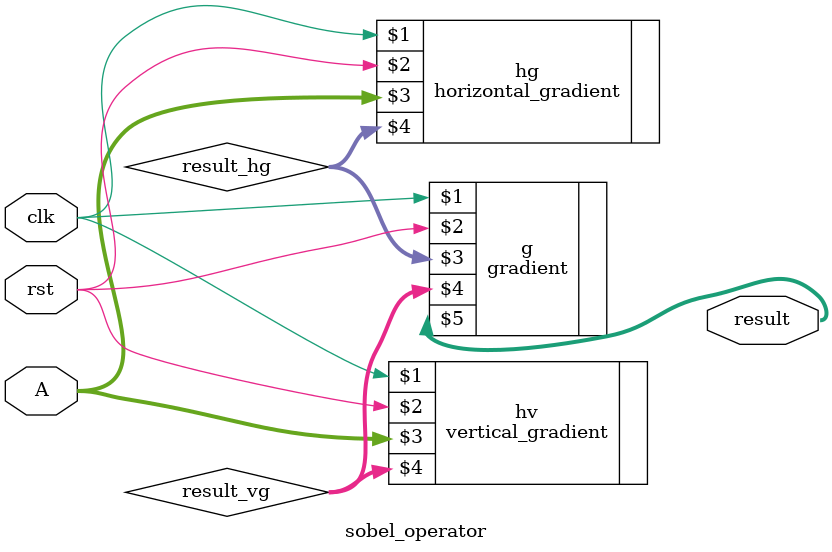
<source format=v>
`timescale 1ns / 1ps


module sobel_operator(
	input clk,rst,
	input [71:0]A,
	output [7:0]result
);

wire [8:0]result_hg,result_vg;

horizontal_gradient hg(clk,rst,A,result_hg);
vertical_gradient hv(clk,rst,A,result_vg);
gradient g(clk,rst,result_hg,result_vg,result);

endmodule

</source>
